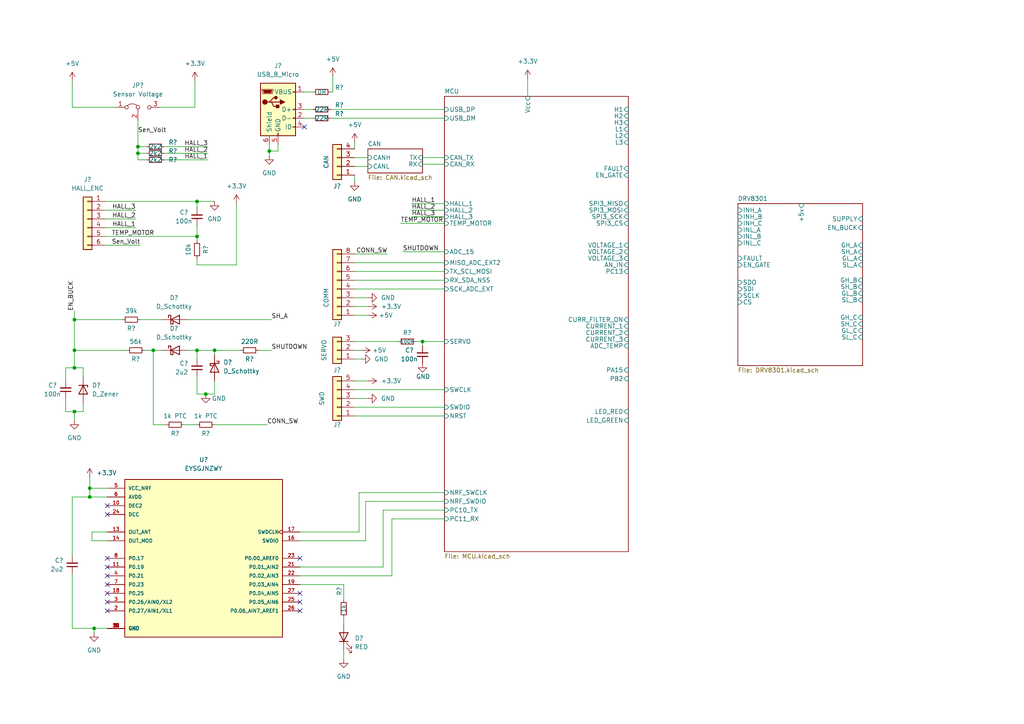
<source format=kicad_sch>
(kicad_sch (version 20231120) (generator "eeschema") (generator_version "8.0")
  (paper "A4")
  (title_block (title "SBS_V1.0") (date "2022-08-02") (rev "1A"))
  (lib_symbols
    (symbol "Connector:USB_B_Micro" (pin_names (offset 1.016))
      (property "Reference" "J" (at -5.08 11.43 0))
      (property "Value" "USB_B_Micro" (at -5.08 8.89 0))
      (symbol "USB_B_Micro_0_1"
        (rectangle (start -5.08 -7.62) (end 5.08 7.62) (stroke (width 0.254)) (fill (type background)))
        (circle (center -3.81 2.159) (radius 0.635) (stroke (width 0.254)) (fill (type outline)))
        (circle (center -0.635 3.429) (radius 0.381) (stroke (width 0.254)) (fill (type outline)))
        (rectangle (start -0.127 -7.62) (end 0.127 -6.858))
        (polyline (pts (xy -1.905 2.159) (xy 0.635 2.159)) (stroke (width 0.254)))
        (polyline (pts (xy -3.175 2.159) (xy -2.54 2.159) (xy -1.27 3.429) (xy -0.635 3.429)) (stroke (width 0.254)))
        (polyline (pts (xy -2.54 2.159) (xy -1.905 2.159) (xy -1.27 0.889) (xy 0 0.889)) (stroke (width 0.254)))
        (polyline (pts (xy 0.635 2.794) (xy 0.635 1.524) (xy 1.905 2.159) (xy 0.635 2.794)) (stroke (width 0.254)) (fill (type outline)))
        (polyline (pts (xy -4.318 5.588) (xy -1.778 5.588) (xy -2.032 4.826) (xy -4.064 4.826) (xy -4.318 5.588)) (fill (type outline)))
        (polyline (pts (xy -4.699 5.842) (xy -4.699 5.588) (xy -4.445 4.826) (xy -4.445 4.572) (xy -1.651 4.572) (xy -1.651 4.826) (xy -1.397 5.588) (xy -1.397 5.842) (xy -4.699 5.842)))
        (rectangle (start 0.254 1.27) (end -0.508 0.508) (stroke (width 0.254)) (fill (type outline)))
        (rectangle (start 5.08 -5.207) (end 4.318 -4.953))
        (rectangle (start 5.08 -2.667) (end 4.318 -2.413))
        (rectangle (start 5.08 -0.127) (end 4.318 0.127))
        (rectangle (start 5.08 4.953) (end 4.318 5.207))
      )
      (symbol "USB_B_Micro_1_1"
        (pin power_out line (at 7.62 5.08 180) (length 2.54) (name "VBUS") (number "1"))
        (pin bidirectional line (at 7.62 -2.54 180) (length 2.54) (name "D-") (number "2"))
        (pin bidirectional line (at 7.62 0 180) (length 2.54) (name "D+") (number "3"))
        (pin passive line (at 7.62 -5.08 180) (length 2.54) (name "ID") (number "4"))
        (pin power_out line (at 0 -10.16 90) (length 2.54) (name "GND") (number "5"))
        (pin passive line (at -2.54 -10.16 90) (length 2.54) (name "Shield") (number "6"))
      )
    )
    (symbol "Connector_Generic:Conn_01x03" (pin_names (offset 1.016) hide)
      (property "Reference" "J" (at 0 5.08 0))
      (property "Value" "Conn_01x03" (at 0 -5.08 0))
      (symbol "Conn_01x03_1_1"
        (rectangle (start -1.27 -2.413) (end 0 -2.667) (stroke (width 0.1524)))
        (rectangle (start -1.27 0.127) (end 0 -0.127) (stroke (width 0.1524)))
        (rectangle (start -1.27 2.667) (end 0 2.413) (stroke (width 0.1524)))
        (rectangle (start -1.27 3.81) (end 1.27 -3.81) (stroke (width 0.254)) (fill (type background)))
        (pin passive line (at -5.08 2.54 0) (length 3.81) (name "Pin_1") (number "1"))
        (pin passive line (at -5.08 0 0) (length 3.81) (name "Pin_2") (number "2"))
        (pin passive line (at -5.08 -2.54 0) (length 3.81) (name "Pin_3") (number "3"))
      )
    )
    (symbol "Connector_Generic:Conn_01x04" (pin_names (offset 1.016) hide)
      (property "Reference" "J" (at 0 5.08 0))
      (property "Value" "Conn_01x04" (at 0 -7.62 0))
      (symbol "Conn_01x04_1_1"
        (rectangle (start -1.27 -4.953) (end 0 -5.207) (stroke (width 0.1524)))
        (rectangle (start -1.27 -2.413) (end 0 -2.667) (stroke (width 0.1524)))
        (rectangle (start -1.27 0.127) (end 0 -0.127) (stroke (width 0.1524)))
        (rectangle (start -1.27 2.667) (end 0 2.413) (stroke (width 0.1524)))
        (rectangle (start -1.27 3.81) (end 1.27 -6.35) (stroke (width 0.254)) (fill (type background)))
        (pin passive line (at -5.08 2.54 0) (length 3.81) (name "Pin_1") (number "1"))
        (pin passive line (at -5.08 0 0) (length 3.81) (name "Pin_2") (number "2"))
        (pin passive line (at -5.08 -2.54 0) (length 3.81) (name "Pin_3") (number "3"))
        (pin passive line (at -5.08 -5.08 0) (length 3.81) (name "Pin_4") (number "4"))
      )
    )
    (symbol "Connector_Generic:Conn_01x05" (pin_names (offset 1.016) hide)
      (property "Reference" "J" (at 0 7.62 0))
      (property "Value" "Conn_01x05" (at 0 -7.62 0))
      (symbol "Conn_01x05_1_1"
        (rectangle (start -1.27 -4.953) (end 0 -5.207) (stroke (width 0.1524)))
        (rectangle (start -1.27 -2.413) (end 0 -2.667) (stroke (width 0.1524)))
        (rectangle (start -1.27 0.127) (end 0 -0.127) (stroke (width 0.1524)))
        (rectangle (start -1.27 2.667) (end 0 2.413) (stroke (width 0.1524)))
        (rectangle (start -1.27 5.207) (end 0 4.953) (stroke (width 0.1524)))
        (rectangle (start -1.27 6.35) (end 1.27 -6.35) (stroke (width 0.254)) (fill (type background)))
        (pin passive line (at -5.08 5.08 0) (length 3.81) (name "Pin_1") (number "1"))
        (pin passive line (at -5.08 2.54 0) (length 3.81) (name "Pin_2") (number "2"))
        (pin passive line (at -5.08 0 0) (length 3.81) (name "Pin_3") (number "3"))
        (pin passive line (at -5.08 -2.54 0) (length 3.81) (name "Pin_4") (number "4"))
        (pin passive line (at -5.08 -5.08 0) (length 3.81) (name "Pin_5") (number "5"))
      )
    )
    (symbol "Connector_Generic:Conn_01x06" (pin_names (offset 1.016) hide)
      (property "Reference" "J" (at 0 7.62 0))
      (property "Value" "Conn_01x06" (at 0 -10.16 0))
      (symbol "Conn_01x06_1_1"
        (rectangle (start -1.27 -7.493) (end 0 -7.747) (stroke (width 0.1524)))
        (rectangle (start -1.27 -4.953) (end 0 -5.207) (stroke (width 0.1524)))
        (rectangle (start -1.27 -2.413) (end 0 -2.667) (stroke (width 0.1524)))
        (rectangle (start -1.27 0.127) (end 0 -0.127) (stroke (width 0.1524)))
        (rectangle (start -1.27 2.667) (end 0 2.413) (stroke (width 0.1524)))
        (rectangle (start -1.27 5.207) (end 0 4.953) (stroke (width 0.1524)))
        (rectangle (start -1.27 6.35) (end 1.27 -8.89) (stroke (width 0.254)) (fill (type background)))
        (pin passive line (at -5.08 5.08 0) (length 3.81) (name "Pin_1") (number "1"))
        (pin passive line (at -5.08 2.54 0) (length 3.81) (name "Pin_2") (number "2"))
        (pin passive line (at -5.08 0 0) (length 3.81) (name "Pin_3") (number "3"))
        (pin passive line (at -5.08 -2.54 0) (length 3.81) (name "Pin_4") (number "4"))
        (pin passive line (at -5.08 -5.08 0) (length 3.81) (name "Pin_5") (number "5"))
        (pin passive line (at -5.08 -7.62 0) (length 3.81) (name "Pin_6") (number "6"))
      )
    )
    (symbol "Connector_Generic:Conn_01x08" (pin_names (offset 1.016) hide)
      (property "Reference" "J" (at 0 10.16 0))
      (property "Value" "Conn_01x08" (at 0 -12.7 0))
      (symbol "Conn_01x08_1_1"
        (rectangle (start -1.27 -10.033) (end 0 -10.287) (stroke (width 0.1524)))
        (rectangle (start -1.27 -7.493) (end 0 -7.747) (stroke (width 0.1524)))
        (rectangle (start -1.27 -4.953) (end 0 -5.207) (stroke (width 0.1524)))
        (rectangle (start -1.27 -2.413) (end 0 -2.667) (stroke (width 0.1524)))
        (rectangle (start -1.27 0.127) (end 0 -0.127) (stroke (width 0.1524)))
        (rectangle (start -1.27 2.667) (end 0 2.413) (stroke (width 0.1524)))
        (rectangle (start -1.27 5.207) (end 0 4.953) (stroke (width 0.1524)))
        (rectangle (start -1.27 7.747) (end 0 7.493) (stroke (width 0.1524)))
        (rectangle (start -1.27 8.89) (end 1.27 -11.43) (stroke (width 0.254)) (fill (type background)))
        (pin passive line (at -5.08 7.62 0) (length 3.81) (name "Pin_1") (number "1"))
        (pin passive line (at -5.08 5.08 0) (length 3.81) (name "Pin_2") (number "2"))
        (pin passive line (at -5.08 2.54 0) (length 3.81) (name "Pin_3") (number "3"))
        (pin passive line (at -5.08 0 0) (length 3.81) (name "Pin_4") (number "4"))
        (pin passive line (at -5.08 -2.54 0) (length 3.81) (name "Pin_5") (number "5"))
        (pin passive line (at -5.08 -5.08 0) (length 3.81) (name "Pin_6") (number "6"))
        (pin passive line (at -5.08 -7.62 0) (length 3.81) (name "Pin_7") (number "7"))
        (pin passive line (at -5.08 -10.16 0) (length 3.81) (name "Pin_8") (number "8"))
      )
    )
    (symbol "Device:C_Small" (pin_numbers hide) (pin_names (offset 0.254) hide)
      (property "Reference" "C" (at 0.254 1.778 0))
      (property "Value" "C_Small" (at 0.254 -2.032 0))
      (symbol "C_Small_0_1"
        (polyline (pts (xy -1.524 -0.508) (xy 1.524 -0.508)) (stroke (width 0.3302)))
        (polyline (pts (xy -1.524 0.508) (xy 1.524 0.508)) (stroke (width 0.3048)))
      )
      (symbol "C_Small_1_1"
        (pin passive line (at 0 2.54 270) (length 2.032) (name "~") (number "1"))
        (pin passive line (at 0 -2.54 90) (length 2.032) (name "~") (number "2"))
      )
    )
    (symbol "Device:D_Schottky" (pin_numbers hide) (pin_names (offset 1.016) hide)
      (property "Reference" "D" (at 0 2.54 0))
      (property "Value" "D_Schottky" (at 0 -2.54 0))
      (symbol "D_Schottky_0_1"
        (polyline (pts (xy 1.27 0) (xy -1.27 0)))
        (polyline (pts (xy 1.27 1.27) (xy 1.27 -1.27) (xy -1.27 0) (xy 1.27 1.27)) (stroke (width 0.254)))
        (polyline (pts (xy -1.905 0.635) (xy -1.905 1.27) (xy -1.27 1.27) (xy -1.27 -1.27) (xy -0.635 -1.27) (xy -0.635 -0.635)) (stroke (width 0.254)))
      )
      (symbol "D_Schottky_1_1"
        (pin passive line (at -3.81 0 0) (length 2.54) (name "K") (number "1"))
        (pin passive line (at 3.81 0 180) (length 2.54) (name "A") (number "2"))
      )
    )
    (symbol "Device:D_Zener" (pin_numbers hide) (pin_names (offset 1.016) hide)
      (property "Reference" "D" (at 0 2.54 0))
      (property "Value" "D_Zener" (at 0 -2.54 0))
      (symbol "D_Zener_0_1"
        (polyline (pts (xy 1.27 0) (xy -1.27 0)))
        (polyline (pts (xy -1.27 -1.27) (xy -1.27 1.27) (xy -0.762 1.27)) (stroke (width 0.254)))
        (polyline (pts (xy 1.27 -1.27) (xy 1.27 1.27) (xy -1.27 0) (xy 1.27 -1.27)) (stroke (width 0.254)))
      )
      (symbol "D_Zener_1_1"
        (pin passive line (at -3.81 0 0) (length 2.54) (name "K") (number "1"))
        (pin passive line (at 3.81 0 180) (length 2.54) (name "A") (number "2"))
      )
    )
    (symbol "Device:LED" (pin_numbers hide) (pin_names (offset 1.016) hide)
      (property "Reference" "D" (at 0 2.54 0))
      (property "Value" "LED" (at 0 -2.54 0))
      (symbol "LED_0_1"
        (polyline (pts (xy -1.27 -1.27) (xy -1.27 1.27)) (stroke (width 0.254)))
        (polyline (pts (xy -1.27 0) (xy 1.27 0)))
        (polyline (pts (xy 1.27 -1.27) (xy 1.27 1.27) (xy -1.27 0) (xy 1.27 -1.27)) (stroke (width 0.254)))
        (polyline (pts (xy -3.048 -0.762) (xy -4.572 -2.286) (xy -3.81 -2.286) (xy -4.572 -2.286) (xy -4.572 -1.524)))
        (polyline (pts (xy -1.778 -0.762) (xy -3.302 -2.286) (xy -2.54 -2.286) (xy -3.302 -2.286) (xy -3.302 -1.524)))
      )
      (symbol "LED_1_1"
        (pin passive line (at -3.81 0 0) (length 2.54) (name "K") (number "1"))
        (pin passive line (at 3.81 0 180) (length 2.54) (name "A") (number "2"))
      )
    )
    (symbol "Device:R_Small" (pin_numbers hide) (pin_names (offset 0.254) hide)
      (property "Reference" "R" (at 0.762 0.508 0))
      (property "Value" "R_Small" (at 0.762 -1.016 0))
      (symbol "R_Small_0_1"
        (rectangle (start -0.762 1.778) (end 0.762 -1.778) (stroke (width 0.2032)))
      )
      (symbol "R_Small_1_1"
        (pin passive line (at 0 2.54 270) (length 0.762) (name "~") (number "1"))
        (pin passive line (at 0 -2.54 90) (length 0.762) (name "~") (number "2"))
      )
    )
    (symbol "EYSGJNZWY:EYSGJNZWY" (pin_names (offset 1.016))
      (property "Reference" "U" (at -22.6314 23.9014 0))
      (property "Value" "EYSGJNZWY" (at -22.8854 -25.9334 0))
      (symbol "EYSGJNZWY_0_0"
        (rectangle (start -22.86 -22.86) (end 22.86 22.86) (stroke (width 0.254)) (fill (type background)))
        (pin power_in line (at 27.94 -20.32 180) (length 5.08) (name "GND") (number "1"))
        (pin power_in line (at 27.94 15.24 180) (length 5.08) (name "DEC2") (number "10"))
        (pin bidirectional line (at 27.94 -2.54 180) (length 5.08) (name "P0.19") (number "11"))
        (pin power_in line (at 27.94 -20.32 180) (length 5.08) (name "GND") (number "12"))
        (pin bidirectional line (at 27.94 7.62 180) (length 5.08) (name "OUT_ANT") (number "13"))
        (pin bidirectional line (at 27.94 5.08 180) (length 5.08) (name "OUT_MOD") (number "14"))
        (pin power_in line (at 27.94 -20.32 180) (length 5.08) (name "GND") (number "15"))
        (pin bidirectional line (at -27.94 5.08 0) (length 5.08) (name "SWDIO") (number "16"))
        (pin input clock (at -27.94 7.62 0) (length 5.08) (name "SWDCLK") (number "17"))
        (pin bidirectional line (at 27.94 -10.16 180) (length 5.08) (name "P0.25") (number "18"))
        (pin bidirectional line (at -27.94 -7.62 0) (length 5.08) (name "P0.03_AIN4") (number "19"))
        (pin bidirectional line (at 27.94 -15.24 180) (length 5.08) (name "P0.27/AIN1/XL1") (number "2"))
        (pin power_in line (at 27.94 -20.32 180) (length 5.08) (name "GND") (number "20"))
        (pin bidirectional line (at -27.94 -2.54 0) (length 5.08) (name "P0.01_AIN2") (number "21"))
        (pin bidirectional line (at -27.94 -5.08 0) (length 5.08) (name "P0.02_AIN3") (number "22"))
        (pin bidirectional line (at -27.94 0 0) (length 5.08) (name "P0.00_AREF0") (number "23"))
        (pin power_in line (at 27.94 12.7 180) (length 5.08) (name "DCC") (number "24"))
        (pin bidirectional line (at -27.94 -12.7 0) (length 5.08) (name "P0.05_AIN6") (number "25"))
        (pin bidirectional line (at -27.94 -15.24 0) (length 5.08) (name "P0.06_AIN7_AREF1") (number "26"))
        (pin bidirectional line (at -27.94 -10.16 0) (length 5.08) (name "P0.04_AIN5") (number "27"))
        (pin power_in line (at 27.94 -20.32 180) (length 5.08) (name "GND") (number "28"))
        (pin bidirectional line (at 27.94 -12.7 180) (length 5.08) (name "P0.26/AIN0/XL2") (number "3"))
        (pin bidirectional line (at 27.94 -5.08 180) (length 5.08) (name "P0.21") (number "4"))
        (pin power_in line (at 27.94 20.32 180) (length 5.08) (name "VCC_NRF") (number "5"))
        (pin power_in line (at 27.94 17.78 180) (length 5.08) (name "AVDD") (number "6"))
        (pin bidirectional line (at 27.94 -7.62 180) (length 5.08) (name "P0.23") (number "7"))
        (pin bidirectional line (at 27.94 0 180) (length 5.08) (name "P0.17") (number "8"))
        (pin power_in line (at 27.94 -20.32 180) (length 5.08) (name "GND") (number "9"))
      )
    )
    (symbol "Jumper:Jumper_3_Bridged12" (pin_names (offset 0) hide)
      (property "Reference" "JP" (at -2.54 -2.54 0))
      (property "Value" "Jumper_3_Bridged12" (at 0 2.794 0))
      (symbol "Jumper_3_Bridged12_0_0"
        (circle (center -3.302 0) (radius 0.508))
        (circle (center 0 0) (radius 0.508))
        (circle (center 3.302 0) (radius 0.508))
      )
      (symbol "Jumper_3_Bridged12_0_1"
        (arc (start -0.254 0.508) (mid -1.651 0.9912) (end -3.048 0.508))
        (polyline (pts (xy 0 -1.27) (xy 0 -0.508)))
      )
      (symbol "Jumper_3_Bridged12_1_1"
        (pin passive line (at -6.35 0 0) (length 2.54) (name "A") (number "1"))
        (pin passive line (at 0 -3.81 90) (length 2.54) (name "C") (number "2"))
        (pin passive line (at 6.35 0 180) (length 2.54) (name "B") (number "3"))
      )
    )
    (symbol "power:+3.3V" (power) (pin_names (offset 0))
      (property "Value" "+3.3V" (at 0 3.556 0))
      (symbol "+3.3V_0_1"
        (polyline (pts (xy -0.762 1.27) (xy 0 2.54)))
        (polyline (pts (xy 0 0) (xy 0 2.54)))
        (polyline (pts (xy 0 2.54) (xy 0.762 1.27)))
      )
      (symbol "+3.3V_1_1"
        (pin power_in line (at 0 0 90) (length 0) hide (name "+3.3V") (number "1"))
      )
    )
    (symbol "power:+5V" (power) (pin_names (offset 0))
      (property "Value" "+5V" (at 0 3.556 0))
      (symbol "+5V_0_1"
        (polyline (pts (xy -0.762 1.27) (xy 0 2.54)))
        (polyline (pts (xy 0 0) (xy 0 2.54)))
        (polyline (pts (xy 0 2.54) (xy 0.762 1.27)))
      )
      (symbol "+5V_1_1"
        (pin power_in line (at 0 0 90) (length 0) hide (name "+5V") (number "1"))
      )
    )
    (symbol "power:GND" (power) (pin_names (offset 0))
      (property "Value" "GND" (at 0 -3.81 0))
      (symbol "GND_0_1"
        (polyline (pts (xy 0 0) (xy 0 -1.27) (xy 1.27 -1.27) (xy 0 -2.54) (xy -1.27 -1.27) (xy 0 -1.27)))
      )
      (symbol "GND_1_1"
        (pin power_in line (at 0 0 270) (length 0) hide (name "GND") (number "1"))
      )
    )
  )
  (junction (at 26.035 141.605))
  (junction (at 59.69 114.3))
  (junction (at 40.005 42.545))
  (junction (at 122.555 99.06))
  (junction (at 26.035 144.145))
  (junction (at 21.59 119.38))
  (junction (at 57.15 68.58))
  (junction (at 78.105 43.815))
  (junction (at 44.45 101.6))
  (junction (at 40.005 44.45))
  (junction (at 62.23 101.6))
  (junction (at 27.305 182.245))
  (junction (at 57.15 101.6))
  (junction (at 57.15 58.42))
  (junction (at 21.59 101.6))
  (junction (at 21.59 106.68))
  (junction (at 21.59 92.71))
  (no_connect (at 86.995 174.625))
  (no_connect (at 31.115 164.465))
  (no_connect (at 31.115 174.625))
  (no_connect (at 86.995 172.085))
  (no_connect (at 86.995 177.165))
  (no_connect (at 31.115 161.925))
  (no_connect (at 31.115 177.165))
  (no_connect (at 86.995 161.925))
  (no_connect (at 31.115 149.225))
  (no_connect (at 31.115 167.005))
  (no_connect (at 31.115 169.545))
  (no_connect (at 88.265 36.83))
  (no_connect (at 31.115 172.085))
  (no_connect (at 31.115 146.685))
  (wire (pts (xy 111.125 147.955) (xy 111.125 164.465)))
  (wire (pts (xy 59.69 114.3) (xy 62.23 114.3)))
  (wire (pts (xy 88.265 34.29) (xy 90.805 34.29)))
  (wire (pts (xy 54.61 101.6) (xy 57.15 101.6)))
  (wire (pts (xy 47.625 44.45) (xy 60.325 44.45)))
  (wire (pts (xy 20.955 166.37) (xy 20.955 182.245)))
  (wire (pts (xy 19.05 119.38) (xy 21.59 119.38)))
  (wire (pts (xy 116.84 73.025) (xy 128.905 73.025)))
  (wire (pts (xy 102.87 78.74) (xy 128.905 78.74)))
  (wire (pts (xy 27.305 182.245) (xy 31.115 182.245)))
  (wire (pts (xy 30.48 66.04) (xy 39.37 66.04)))
  (wire (pts (xy 102.87 41.275) (xy 102.87 43.18)))
  (wire (pts (xy 54.61 92.71) (xy 78.74 92.71)))
  (wire (pts (xy 24.13 106.68) (xy 24.13 109.22)))
  (wire (pts (xy 102.87 81.28) (xy 128.905 81.28)))
  (wire (pts (xy 57.15 60.325) (xy 57.15 58.42)))
  (wire (pts (xy 21.59 101.6) (xy 36.83 101.6)))
  (wire (pts (xy 24.13 116.84) (xy 24.13 119.38)))
  (wire (pts (xy 102.87 48.26) (xy 106.68 48.26)))
  (wire (pts (xy 102.87 120.65) (xy 128.905 120.65)))
  (wire (pts (xy 120.65 99.06) (xy 122.555 99.06)))
  (wire (pts (xy 102.87 118.11) (xy 128.905 118.11)))
  (wire (pts (xy 102.87 50.8) (xy 102.87 52.705)))
  (wire (pts (xy 26.67 156.845) (xy 31.115 156.845)))
  (wire (pts (xy 20.955 144.145) (xy 20.955 161.29)))
  (wire (pts (xy 59.69 114.3) (xy 57.15 114.3)))
  (wire (pts (xy 122.555 45.72) (xy 128.905 45.72)))
  (wire (pts (xy 56.515 23.495) (xy 56.515 31.115)))
  (wire (pts (xy 86.995 154.305) (xy 104.14 154.305)))
  (wire (pts (xy 57.15 76.835) (xy 68.58 76.835)))
  (wire (pts (xy 44.45 123.19) (xy 48.26 123.19)))
  (wire (pts (xy 30.48 58.42) (xy 57.15 58.42)))
  (wire (pts (xy 128.905 145.415) (xy 106.045 145.415)))
  (wire (pts (xy 86.995 164.465) (xy 111.125 164.465)))
  (wire (pts (xy 30.48 71.12) (xy 40.64 71.12)))
  (wire (pts (xy 26.035 141.605) (xy 31.115 141.605)))
  (wire (pts (xy 88.265 26.67) (xy 90.805 26.67)))
  (wire (pts (xy 42.545 44.45) (xy 40.005 44.45)))
  (wire (pts (xy 20.955 23.495) (xy 20.955 31.115)))
  (wire (pts (xy 153.035 22.86) (xy 153.035 27.94)))
  (wire (pts (xy 30.48 60.96) (xy 39.37 60.96)))
  (wire (pts (xy 21.59 101.6) (xy 21.59 106.68)))
  (wire (pts (xy 20.955 144.145) (xy 26.035 144.145)))
  (wire (pts (xy 47.625 42.545) (xy 60.325 42.545)))
  (wire (pts (xy 40.005 34.925) (xy 40.005 42.545)))
  (wire (pts (xy 102.87 104.14) (xy 104.775 104.14)))
  (wire (pts (xy 102.87 86.36) (xy 106.68 86.36)))
  (wire (pts (xy 102.87 73.66) (xy 112.395 73.66)))
  (wire (pts (xy 21.59 119.38) (xy 24.13 119.38)))
  (wire (pts (xy 19.05 110.49) (xy 19.05 106.68)))
  (wire (pts (xy 128.905 150.495) (xy 113.665 150.495)))
  (wire (pts (xy 20.955 182.245) (xy 27.305 182.245)))
  (wire (pts (xy 122.555 99.06) (xy 122.555 100.33)))
  (wire (pts (xy 31.115 144.145) (xy 26.035 144.145)))
  (wire (pts (xy 102.87 45.72) (xy 106.68 45.72)))
  (wire (pts (xy 26.035 138.43) (xy 26.035 141.605)))
  (wire (pts (xy 99.695 169.545) (xy 99.695 173.99)))
  (wire (pts (xy 31.115 154.305) (xy 26.67 154.305)))
  (wire (pts (xy 96.52 26.67) (xy 96.52 22.225)))
  (wire (pts (xy 102.87 101.6) (xy 104.775 101.6)))
  (wire (pts (xy 119.38 60.96) (xy 128.905 60.96)))
  (wire (pts (xy 68.58 76.835) (xy 68.58 59.055)))
  (wire (pts (xy 21.59 119.38) (xy 21.59 121.92)))
  (wire (pts (xy 106.045 156.845) (xy 86.995 156.845)))
  (wire (pts (xy 53.34 123.19) (xy 57.15 123.19)))
  (wire (pts (xy 27.305 183.515) (xy 27.305 182.245)))
  (wire (pts (xy 62.23 101.6) (xy 69.85 101.6)))
  (wire (pts (xy 86.995 169.545) (xy 99.695 169.545)))
  (wire (pts (xy 57.15 101.6) (xy 57.15 104.14)))
  (wire (pts (xy 33.655 31.115) (xy 20.955 31.115)))
  (wire (pts (xy 40.005 46.355) (xy 40.005 44.45)))
  (wire (pts (xy 104.14 154.305) (xy 104.14 142.875)))
  (wire (pts (xy 62.23 58.42) (xy 57.15 58.42)))
  (wire (pts (xy 46.355 31.115) (xy 56.515 31.115)))
  (wire (pts (xy 57.15 74.93) (xy 57.15 76.835)))
  (wire (pts (xy 78.105 43.815) (xy 78.105 45.085)))
  (wire (pts (xy 106.045 145.415) (xy 106.045 156.845)))
  (wire (pts (xy 74.93 101.6) (xy 78.74 101.6)))
  (wire (pts (xy 57.15 114.3) (xy 57.15 109.22)))
  (wire (pts (xy 57.15 101.6) (xy 62.23 101.6)))
  (wire (pts (xy 44.45 101.6) (xy 46.99 101.6)))
  (wire (pts (xy 21.59 92.71) (xy 21.59 101.6)))
  (wire (pts (xy 102.87 76.2) (xy 128.905 76.2)))
  (wire (pts (xy 80.645 41.91) (xy 80.645 43.815)))
  (wire (pts (xy 102.87 83.82) (xy 128.905 83.82)))
  (wire (pts (xy 102.87 99.06) (xy 115.57 99.06)))
  (wire (pts (xy 47.625 46.355) (xy 60.325 46.355)))
  (wire (pts (xy 99.695 179.07) (xy 99.695 180.975)))
  (wire (pts (xy 102.87 110.49) (xy 106.68 110.49)))
  (wire (pts (xy 95.885 26.67) (xy 96.52 26.67)))
  (wire (pts (xy 102.87 91.44) (xy 106.68 91.44)))
  (wire (pts (xy 78.105 43.815) (xy 80.645 43.815)))
  (wire (pts (xy 30.48 63.5) (xy 39.37 63.5)))
  (wire (pts (xy 106.68 115.57) (xy 102.87 115.57)))
  (wire (pts (xy 40.64 92.71) (xy 46.99 92.71)))
  (wire (pts (xy 19.05 106.68) (xy 21.59 106.68)))
  (wire (pts (xy 122.555 47.625) (xy 128.905 47.625)))
  (wire (pts (xy 62.23 110.49) (xy 62.23 114.3)))
  (wire (pts (xy 19.05 115.57) (xy 19.05 119.38)))
  (wire (pts (xy 104.14 142.875) (xy 128.905 142.875)))
  (wire (pts (xy 21.59 90.17) (xy 21.59 92.71)))
  (wire (pts (xy 113.665 150.495) (xy 113.665 167.005)))
  (wire (pts (xy 78.105 41.91) (xy 78.105 43.815)))
  (wire (pts (xy 95.885 34.29) (xy 128.905 34.29)))
  (wire (pts (xy 26.035 144.145) (xy 26.035 141.605)))
  (wire (pts (xy 95.885 31.75) (xy 128.905 31.75)))
  (wire (pts (xy 40.005 44.45) (xy 40.005 42.545)))
  (wire (pts (xy 44.45 101.6) (xy 44.45 123.19)))
  (wire (pts (xy 111.125 147.955) (xy 128.905 147.955)))
  (wire (pts (xy 113.665 167.005) (xy 86.995 167.005)))
  (wire (pts (xy 119.38 59.055) (xy 128.905 59.055)))
  (wire (pts (xy 88.265 31.75) (xy 90.805 31.75)))
  (wire (pts (xy 102.87 88.9) (xy 106.68 88.9)))
  (wire (pts (xy 102.87 113.03) (xy 128.905 113.03)))
  (wire (pts (xy 26.67 154.305) (xy 26.67 156.845)))
  (wire (pts (xy 119.38 62.865) (xy 128.905 62.865)))
  (wire (pts (xy 116.205 64.77) (xy 128.905 64.77)))
  (wire (pts (xy 40.005 42.545) (xy 42.545 42.545)))
  (wire (pts (xy 30.48 68.58) (xy 57.15 68.58)))
  (wire (pts (xy 62.23 123.19) (xy 77.47 123.19)))
  (wire (pts (xy 57.15 69.85) (xy 57.15 68.58)))
  (wire (pts (xy 122.555 99.06) (xy 128.905 99.06)))
  (wire (pts (xy 57.15 68.58) (xy 57.15 65.405)))
  (wire (pts (xy 42.545 46.355) (xy 40.005 46.355)))
  (wire (pts (xy 21.59 92.71) (xy 35.56 92.71)))
  (wire (pts (xy 21.59 106.68) (xy 24.13 106.68)))
  (wire (pts (xy 99.695 188.595) (xy 99.695 191.135)))
  (wire (pts (xy 62.23 101.6) (xy 62.23 102.87)))
  (wire (pts (xy 41.91 101.6) (xy 44.45 101.6)))
  (label "HALL_1" (at 39.37 66.04 180))
  (label "SHUTDOWN" (at 116.84 73.025 0))
  (label "HALL_2" (at 39.37 63.5 180))
  (label "Sen_Volt" (at 40.64 71.12 180))
  (label "TEMP_MOTOR" (at 116.205 64.77 0))
  (label "CONN_SW" (at 112.395 73.66 180))
  (label "SH_A" (at 78.74 92.71 0))
  (label "SHUTDOWN" (at 78.74 101.6 0))
  (label "HALL_3" (at 119.38 62.865 0))
  (label "HALL_2" (at 60.325 44.45 180))
  (label "Sen_Volt" (at 40.005 38.735 0))
  (label "HALL_2" (at 119.38 60.96 0))
  (label "TEMP_MOTOR" (at 32.385 68.58 0))
  (label "HALL_3" (at 39.37 60.96 180))
  (label "HALL_3" (at 60.325 42.545 180))
  (label "HALL_1" (at 60.325 46.355 180))
  (label "HALL_1" (at 119.38 59.055 0))
  (label "EN_BUCK" (at 21.59 90.17 90))
  (label "CONN_SW" (at 77.47 123.19 0))
  (symbol (lib_id "Device:C_Small") (at 57.15 62.865 180) (unit 1)
    (property "Reference" "C?" (at 52.07 61.595 0) (effects (justify right)))
    (property "Value" "100n" (at 50.8 64.135 0) (effects (justify right)))
    (property "Footprint" "Capacitor_SMD:C_0603_1608Metric_Pad1.08x0.95mm_HandSolder" (effects (hide yes)))
  )
  (symbol (lib_id "power:+3.3V") (at 153.035 22.86 0) (unit 1)
    (property "Reference" "#PWR?" (effects (hide yes)))
    (property "Value" "+3.3V" (at 153.035 17.78 0))
  )
  (symbol (lib_id "Connector:USB_B_Micro") (at 80.645 31.75 0) (unit 1)
    (property "Reference" "J?" (at 80.645 19.05 0))
    (property "Value" "USB_B_Micro" (at 80.645 21.59 0))
  )
  (symbol (lib_id "power:GND") (at 59.69 114.3 0) (unit 1)
    (property "Reference" "#PWR?" (effects (hide yes)))
    (property "Value" "GND" (at 63.5 115.57 0))
  )
  (symbol (lib_id "Connector_Generic:Conn_01x03") (at 97.79 101.6 180) (unit 1)
    (property "Reference" "J?" (at 97.79 107.315 0))
    (property "Value" "SERVO" (at 93.98 101.6 90))
  )
  (symbol (lib_id "Device:R_Small") (at 93.345 31.75 90) (unit 1)
    (property "Reference" "R?" (at 98.425 30.48 90))
    (property "Value" "22R" (at 93.345 31.75 90))
    (property "Footprint" "Resistor_SMD:R_0603_1608Metric_Pad0.98x0.95mm_HandSolder" (effects (hide yes)))
  )
  (symbol (lib_id "Device:R_Small") (at 39.37 101.6 90) (unit 1)
    (property "Reference" "R?" (at 39.37 104.14 90))
    (property "Value" "56k" (at 39.37 99.06 90))
    (property "Footprint" "Resistor_SMD:R_0603_1608Metric_Pad0.98x0.95mm_HandSolder" (effects (hide yes)))
  )
  (symbol (lib_id "Connector_Generic:Conn_01x06") (at 25.4 63.5 0) (mirror y) (unit 1)
    (property "Reference" "J?" (at 25.4 52.07 0))
    (property "Value" "HALL_ENC" (at 25.4 54.61 0))
  )
  (symbol (lib_id "Device:LED") (at 99.695 184.785 90) (unit 1)
    (property "Reference" "D?" (at 102.87 185.1024 90) (effects (justify right)))
    (property "Value" "RED" (at 102.87 187.6424 90) (effects (justify right)))
  )
  (symbol (lib_id "power:GND") (at 106.68 86.36 90) (unit 1)
    (property "Reference" "#PWR?" (effects (hide yes)))
    (property "Value" "GND" (at 110.49 86.3599 90) (effects (justify right)))
  )
  (symbol (lib_id "power:+5V") (at 104.775 101.6 270) (unit 1)
    (property "Reference" "#PWR?" (effects (hide yes)))
    (property "Value" "+5V" (at 107.95 101.5999 90) (effects (justify left)))
  )
  (symbol (lib_id "power:+5V") (at 102.87 41.275 0) (unit 1)
    (property "Reference" "#PWR?" (effects (hide yes)))
    (property "Value" "+5V" (at 102.87 36.195 0))
  )
  (symbol (lib_id "Device:D_Schottky") (at 50.8 92.71 0) (unit 1)
    (property "Reference" "D?" (at 50.4825 86.36 0))
    (property "Value" "D_Schottky" (at 50.4825 88.9 0))
  )
  (symbol (lib_id "power:+3.3V") (at 106.68 110.49 270) (unit 1)
    (property "Reference" "#PWR?" (effects (hide yes)))
    (property "Value" "+3.3V" (at 110.49 110.4899 90) (effects (justify left)))
  )
  (symbol (lib_id "Device:R_Small") (at 45.085 42.545 90) (unit 1)
    (property "Reference" "R?" (at 50.165 41.275 90))
    (property "Value" "2k2" (at 45.085 42.545 90))
    (property "Footprint" "Resistor_SMD:R_0603_1608Metric_Pad0.98x0.95mm_HandSolder" (effects (hide yes)))
  )
  (symbol (lib_id "power:+5V") (at 106.68 91.44 270) (unit 1)
    (property "Reference" "#PWR?" (effects (hide yes)))
    (property "Value" "+5V" (at 109.855 91.4399 90) (effects (justify left)))
  )
  (symbol (lib_id "power:GND") (at 122.555 105.41 0) (unit 1)
    (property "Reference" "#PWR?" (effects (hide yes)))
    (property "Value" "GND" (at 120.65 109.22 0) (effects (justify left)))
  )
  (symbol (lib_id "Device:R_Small") (at 45.085 44.45 90) (unit 1)
    (property "Reference" "R?" (at 50.165 43.815 90))
    (property "Value" "2k2" (at 45.085 44.45 90))
    (property "Footprint" "Resistor_SMD:R_0603_1608Metric_Pad0.98x0.95mm_HandSolder" (effects (hide yes)))
  )
  (symbol (lib_id "Connector_Generic:Conn_01x08") (at 97.79 83.82 180) (unit 1)
    (property "Reference" "J?" (at 97.79 93.98 0))
    (property "Value" "COMM" (at 94.615 86.36 90))
  )
  (symbol (lib_id "Connector_Generic:Conn_01x05") (at 97.79 115.57 180) (unit 1)
    (property "Reference" "J?" (at 97.79 123.19 0))
    (property "Value" "SWD" (at 93.345 115.57 90))
  )
  (symbol (lib_id "Device:D_Schottky") (at 50.8 101.6 0) (unit 1)
    (property "Reference" "D?" (at 50.4825 95.25 0))
    (property "Value" "D_Schottky" (at 50.4825 97.79 0))
  )
  (symbol (lib_id "power:+3.3V") (at 68.58 59.055 0) (unit 1)
    (property "Reference" "#PWR?" (effects (hide yes)))
    (property "Value" "+3.3V" (at 68.58 53.975 0))
  )
  (symbol (lib_id "Device:C_Small") (at 57.15 106.68 180) (unit 1)
    (property "Reference" "C?" (at 52.07 105.41 0) (effects (justify right)))
    (property "Value" "2u2" (at 50.8 107.95 0) (effects (justify right)))
    (property "Footprint" "Capacitor_SMD:C_0603_1608Metric_Pad1.08x0.95mm_HandSolder" (effects (hide yes)))
  )
  (symbol (lib_id "Device:R_Small") (at 99.695 176.53 180) (unit 1)
    (property "Reference" "R?" (at 98.425 171.45 90))
    (property "Value" "1k" (at 99.695 176.53 90))
    (property "Footprint" "Resistor_SMD:R_0603_1608Metric_Pad0.98x0.95mm_HandSolder" (effects (hide yes)))
  )
  (symbol (lib_id "Device:R_Small") (at 93.345 34.29 90) (unit 1)
    (property "Reference" "R?" (at 98.425 33.02 90))
    (property "Value" "22R" (at 93.345 34.29 90))
    (property "Footprint" "Resistor_SMD:R_0603_1608Metric_Pad0.98x0.95mm_HandSolder" (effects (hide yes)))
  )
  (symbol (lib_id "Device:C_Small") (at 122.555 102.87 180) (unit 1)
    (property "Reference" "C?" (at 117.475 101.6 0) (effects (justify right)))
    (property "Value" "100n" (at 116.205 104.14 0) (effects (justify right)))
    (property "Footprint" "Capacitor_SMD:C_0603_1608Metric_Pad1.08x0.95mm_HandSolder" (effects (hide yes)))
  )
  (symbol (lib_id "power:+5V") (at 20.955 23.495 0) (unit 1)
    (property "Reference" "#PWR?" (effects (hide yes)))
    (property "Value" "+5V" (at 20.955 18.415 0))
  )
  (symbol (lib_id "power:GND") (at 106.68 115.57 90) (unit 1)
    (property "Reference" "#PWR?" (effects (hide yes)))
    (property "Value" "GND" (at 110.49 115.5699 90) (effects (justify right)))
  )
  (symbol (lib_id "Device:C_Small") (at 19.05 113.03 180) (unit 1)
    (property "Reference" "C?" (at 13.97 111.76 0) (effects (justify right)))
    (property "Value" "100n" (at 12.7 114.3 0) (effects (justify right)))
    (property "Footprint" "Capacitor_SMD:C_0603_1608Metric_Pad1.08x0.95mm_HandSolder" (effects (hide yes)))
  )
  (symbol (lib_id "Device:R_Small") (at 93.345 26.67 90) (unit 1)
    (property "Reference" "R?" (at 98.425 25.4 90))
    (property "Value" "0R" (at 93.345 26.67 90))
    (property "Footprint" "Resistor_SMD:R_0603_1608Metric_Pad0.98x0.95mm_HandSolder" (effects (hide yes)))
  )
  (symbol (lib_id "Device:R_Small") (at 38.1 92.71 90) (unit 1)
    (property "Reference" "R?" (at 38.1 95.25 90))
    (property "Value" "39k" (at 38.1 90.17 90))
    (property "Footprint" "Resistor_SMD:R_0603_1608Metric_Pad0.98x0.95mm_HandSolder" (effects (hide yes)))
  )
  (symbol (lib_id "power:GND") (at 78.105 45.085 0) (unit 1)
    (property "Reference" "#PWR?" (effects (hide yes)))
    (property "Value" "GND" (at 78.105 50.165 0))
  )
  (symbol (lib_id "power:GND") (at 21.59 121.92 0) (unit 1)
    (property "Reference" "#PWR?" (effects (hide yes)))
    (property "Value" "GND" (at 21.59 127 0))
  )
  (symbol (lib_id "power:GND") (at 104.775 104.14 90) (unit 1)
    (property "Reference" "#PWR?" (effects (hide yes)))
    (property "Value" "GND" (at 108.585 104.1399 90) (effects (justify right)))
  )
  (symbol (lib_id "Device:C_Small") (at 20.955 163.83 180) (unit 1)
    (property "Reference" "C?" (at 15.875 162.56 0) (effects (justify right)))
    (property "Value" "2u2" (at 14.605 165.1 0) (effects (justify right)))
    (property "Footprint" "Capacitor_SMD:C_0603_1608Metric_Pad1.08x0.95mm_HandSolder" (effects (hide yes)))
  )
  (symbol (lib_id "Device:R_Small") (at 45.085 46.355 90) (unit 1)
    (property "Reference" "R?" (at 50.165 46.355 90))
    (property "Value" "2k2" (at 45.085 46.355 90))
    (property "Footprint" "Resistor_SMD:R_0603_1608Metric_Pad0.98x0.95mm_HandSolder" (effects (hide yes)))
  )
  (symbol (lib_id "power:GND") (at 62.23 58.42 0) (unit 1)
    (property "Reference" "#PWR?" (effects (hide yes)))
    (property "Value" "GND" (at 62.23 63.5 0))
  )
  (symbol (lib_id "Device:R_Small") (at 118.11 99.06 270) (unit 1)
    (property "Reference" "R?" (at 118.11 96.52 90))
    (property "Value" "100R" (at 118.11 99.06 90) (effects (font (size 1 1))))
    (property "Footprint" "Resistor_SMD:R_0603_1608Metric_Pad0.98x0.95mm_HandSolder" (effects (hide yes)))
  )
  (symbol (lib_id "power:+3.3V") (at 106.68 88.9 270) (unit 1)
    (property "Reference" "#PWR?" (effects (hide yes)))
    (property "Value" "+3.3V" (at 110.49 88.8999 90) (effects (justify left)))
  )
  (symbol (lib_id "power:+3.3V") (at 56.515 23.495 0) (unit 1)
    (property "Reference" "#PWR?" (effects (hide yes)))
    (property "Value" "+3.3V" (at 56.515 18.415 0))
  )
  (symbol (lib_id "power:GND") (at 102.87 52.705 0) (unit 1)
    (property "Reference" "#PWR?" (effects (hide yes)))
    (property "Value" "GND" (at 102.87 57.785 0))
  )
  (symbol (lib_id "power:GND") (at 27.305 183.515 0) (unit 1)
    (property "Reference" "#PWR?" (effects (hide yes)))
    (property "Value" "GND" (at 27.305 188.595 0))
  )
  (symbol (lib_id "Device:D_Schottky") (at 62.23 106.68 270) (unit 1)
    (property "Reference" "D?" (at 64.77 105.0924 90) (effects (justify left)))
    (property "Value" "D_Schottky" (at 64.77 107.6324 90) (effects (justify left)))
  )
  (symbol (lib_id "Connector_Generic:Conn_01x04") (at 97.79 48.26 180) (unit 1)
    (property "Reference" "J?" (at 97.79 53.975 0))
    (property "Value" "CAN" (at 94.615 46.99 90))
  )
  (symbol (lib_id "Device:D_Zener") (at 24.13 113.03 270) (unit 1)
    (property "Reference" "D?" (at 26.67 111.7599 90) (effects (justify left)))
    (property "Value" "D_Zener" (at 26.67 114.2999 90) (effects (justify left)))
  )
  (symbol (lib_id "EYSGJNZWY:EYSGJNZWY") (at 59.055 161.925 0) (mirror y) (unit 1)
    (property "Reference" "U?" (at 59.055 133.35 0))
    (property "Value" "EYSGJNZWY" (at 59.055 135.89 0))
    (property "Footprint" "BLE_EYSGJNZWY" (effects (hide yes)))
    (property "STANDARD" "Manufacturer Recommendation" (effects (hide yes)))
    (property "PARTREV" "1.3" (effects (hide yes)))
    (property "MANUFACTURER" "Taiyo Yuden" (effects (hide yes)))
  )
  (symbol (lib_id "Device:R_Small") (at 57.15 72.39 180) (unit 1)
    (property "Reference" "R?" (at 59.69 72.39 90))
    (property "Value" "10k" (at 54.61 72.39 90))
    (property "Footprint" "Resistor_SMD:R_0603_1608Metric_Pad0.98x0.95mm_HandSolder" (effects (hide yes)))
  )
  (symbol (lib_id "Device:R_Small") (at 59.69 123.19 90) (unit 1)
    (property "Reference" "R?" (at 59.69 125.73 90))
    (property "Value" "1k PTC" (at 59.69 120.65 90))
    (property "Footprint" "Resistor_SMD:R_0603_1608Metric_Pad0.98x0.95mm_HandSolder" (effects (hide yes)))
  )
  (symbol (lib_id "power:+5V") (at 96.52 22.225 0) (unit 1)
    (property "Reference" "#PWR?" (effects (hide yes)))
    (property "Value" "+5V" (at 96.52 17.145 0))
  )
  (symbol (lib_id "Device:R_Small") (at 72.39 101.6 90) (unit 1)
    (property "Reference" "R?" (at 72.39 104.14 90))
    (property "Value" "220R" (at 72.39 99.06 90))
    (property "Footprint" "Resistor_SMD:R_0603_1608Metric_Pad0.98x0.95mm_HandSolder" (effects (hide yes)))
  )
  (symbol (lib_id "power:+3.3V") (at 26.035 138.43 0) (unit 1)
    (property "Reference" "#PWR?" (effects (hide yes)))
    (property "Value" "+3.3V" (at 27.94 137.1599 0) (effects (justify left)))
  )
  (symbol (lib_id "power:GND") (at 99.695 191.135 0) (unit 1)
    (property "Reference" "#PWR?" (effects (hide yes)))
    (property "Value" "GND" (at 99.695 196.215 0))
  )
  (symbol (lib_id "Device:R_Small") (at 50.8 123.19 90) (unit 1)
    (property "Reference" "R?" (at 50.8 125.73 90))
    (property "Value" "1k PTC" (at 50.8 120.65 90))
    (property "Footprint" "Resistor_SMD:R_0603_1608Metric_Pad0.98x0.95mm_HandSolder" (effects (hide yes)))
  )
  (symbol (lib_id "Jumper:Jumper_3_Bridged12") (at 40.005 31.115 0) (unit 1)
    (property "Reference" "JP?" (at 40.005 24.765 0))
    (property "Value" "Sensor Voltage" (at 40.005 27.305 0))
  )
  (sheet (at 128.905 27.94) (size 53.34 132.08) (stroke (width 0.1524))
    (property "Sheetname" "MCU" (at 128.905 27.2284 0) (effects (justify left bottom)))
    (property "Sheetfile" "MCU.kicad_sch" (at 128.905 160.6046 0) (effects (justify left top)))
    (pin "VOLTAGE_1" input (at 182.245 71.12 0))
    (pin "NRF_SWCLK" input (at 128.905 142.875 180))
    (pin "SCK_ADC_EXT" input (at 128.905 83.82 180))
    (pin "MISO_ADC_EXT2" input (at 128.905 76.2 180))
    (pin "TX_SCL_MOSI" input (at 128.905 78.74 180))
    (pin "VOLTAGE_2" input (at 182.245 73.025 0))
    (pin "VOLTAGE_3" input (at 182.245 74.93 0))
    (pin "ADC_TEMP" input (at 182.245 100.33 0))
    (pin "H1" input (at 182.245 31.75 0))
    (pin "H2" input (at 182.245 33.655 0))
    (pin "H3" input (at 182.245 35.56 0))
    (pin "USB_DM" input (at 128.905 34.29 180))
    (pin "USB_DP" input (at 128.905 31.75 180))
    (pin "SWDIO" input (at 128.905 118.11 180))
    (pin "SWCLK" input (at 128.905 113.03 180))
    (pin "PA15" input (at 182.245 107.315 0))
    (pin "LED_GREEN" input (at 182.245 121.92 0))
    (pin "LED_RED" input (at 182.245 119.38 0))
    (pin "PB2" input (at 182.245 109.855 0))
    (pin "SPI3_MOSI" input (at 182.245 60.96 0))
    (pin "SPI3_MISO" input (at 182.245 59.055 0))
    (pin "EN_GATE" input (at 182.245 50.8 0))
    (pin "SERVO" input (at 128.905 99.06 180))
    (pin "FAULT" input (at 182.245 48.895 0))
    (pin "CAN_RX" input (at 128.905 47.625 180))
    (pin "CAN_TX" input (at 128.905 45.72 180))
    (pin "RX_SDA_NSS" input (at 128.905 81.28 180))
    (pin "NRF_SWDIO" input (at 128.905 145.415 180))
    (pin "L1" input (at 182.245 37.465 0))
    (pin "L2" input (at 182.245 39.37 0))
    (pin "L3" input (at 182.245 41.275 0))
    (pin "CURRENT_1" input (at 182.245 94.615 0))
    (pin "CURRENT_2" input (at 182.245 96.52 0))
    (pin "CURRENT_3" input (at 182.245 98.425 0))
    (pin "AN_IN" input (at 182.245 76.835 0))
    (pin "TEMP_MOTOR" input (at 128.905 64.77 180))
    (pin "ADC_15" input (at 128.905 73.025 180))
    (pin "HALL_1" input (at 128.905 59.055 180))
    (pin "HALL_2" input (at 128.905 60.96 180))
    (pin "HALL_3" input (at 128.905 62.865 180))
    (pin "SPI3_CS" input (at 182.245 64.77 0))
    (pin "SPI3_SCK" input (at 182.245 62.865 0))
    (pin "PC10_TX" input (at 128.905 147.955 180))
    (pin "PC11_RX" input (at 128.905 150.495 180))
    (pin "PC13" input (at 182.245 78.74 0))
    (pin "CURR_FILTER_ON" input (at 182.245 92.71 0))
    (pin "NRST" input (at 128.905 120.65 180))
    (pin "Vcc" input (at 153.035 27.94 90))
  )
  (sheet (at 106.68 43.18) (size 15.875 6.985) (stroke (width 0.1524))
    (property "Sheetname" "CAN" (at 106.68 42.4684 0) (effects (justify left bottom)))
    (property "Sheetfile" "CAN.kicad_sch" (at 106.68 50.7496 0) (effects (justify left top)))
    (pin "CANH" input (at 106.68 45.72 180))
    (pin "CANL" input (at 106.68 48.26 180))
    (pin "TX" input (at 122.555 45.72 0))
    (pin "RX" input (at 122.555 47.625 0))
  )
  (sheet (at 213.995 59.055) (size 36.195 46.99) (stroke (width 0.1524))
    (property "Sheetname" "DRV8301" (at 213.995 58.3434 0) (effects (justify left bottom)))
    (property "Sheetfile" "DRV8301.kicad_sch" (at 213.995 106.6296 0) (effects (justify left top)))
    (pin "+5v" input (at 232.41 59.055 90))
    (pin "SH_C" input (at 250.19 93.98 0))
    (pin "SH_B" input (at 250.19 83.185 0))
    (pin "GH_C" input (at 250.19 92.075 0))
    (pin "GL_B" input (at 250.19 85.09 0))
    (pin "SL_B" input (at 250.19 86.995 0))
    (pin "SL_C" input (at 250.19 97.79 0))
    (pin "GL_C" input (at 250.19 95.885 0))
    (pin "SUPPLY" input (at 250.19 63.5 0))
    (pin "EN_BUCK" input (at 250.19 66.04 0))
    (pin "EN_GATE" input (at 213.995 76.835 180))
    (pin "GH_A" input (at 250.19 71.12 0))
    (pin "SH_A" input (at 250.19 73.025 0))
    (pin "SL_A" input (at 250.19 76.835 0))
    (pin "GH_B" input (at 250.19 81.28 0))
    (pin "GL_A" input (at 250.19 74.93 0))
    (pin "FAULT" input (at 213.995 74.93 180))
    (pin "CS" input (at 213.995 87.63 180))
    (pin "SDO" input (at 213.995 81.915 180))
    (pin "SDI" input (at 213.995 83.82 180))
    (pin "SCLK" input (at 213.995 85.725 180))
    (pin "INL_B" input (at 213.995 68.58 180))
    (pin "INH_C" input (at 213.995 64.77 180))
    (pin "INH_B" input (at 213.995 62.865 180))
    (pin "INL_A" input (at 213.995 66.675 180))
    (pin "INH_A" input (at 213.995 60.96 180))
    (pin "INL_C" input (at 213.995 70.485 180))
  )
)
</source>
